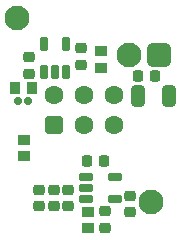
<source format=gts>
G04 Layer_Color=8388736*
%FSLAX25Y25*%
%MOIN*%
G70*
G01*
G75*
%ADD34R,0.03937X0.03543*%
%ADD35R,0.03543X0.03937*%
G04:AMPARAMS|DCode=36|XSize=39.37mil|YSize=35.43mil|CornerRadius=9.84mil|HoleSize=0mil|Usage=FLASHONLY|Rotation=180.000|XOffset=0mil|YOffset=0mil|HoleType=Round|Shape=RoundedRectangle|*
%AMROUNDEDRECTD36*
21,1,0.03937,0.01575,0,0,180.0*
21,1,0.01969,0.03543,0,0,180.0*
1,1,0.01969,-0.00984,0.00787*
1,1,0.01969,0.00984,0.00787*
1,1,0.01969,0.00984,-0.00787*
1,1,0.01969,-0.00984,-0.00787*
%
%ADD36ROUNDEDRECTD36*%
G04:AMPARAMS|DCode=37|XSize=39.37mil|YSize=35.43mil|CornerRadius=9.84mil|HoleSize=0mil|Usage=FLASHONLY|Rotation=270.000|XOffset=0mil|YOffset=0mil|HoleType=Round|Shape=RoundedRectangle|*
%AMROUNDEDRECTD37*
21,1,0.03937,0.01575,0,0,270.0*
21,1,0.01969,0.03543,0,0,270.0*
1,1,0.01969,-0.00787,-0.00984*
1,1,0.01969,-0.00787,0.00984*
1,1,0.01969,0.00787,0.00984*
1,1,0.01969,0.00787,-0.00984*
%
%ADD37ROUNDEDRECTD37*%
G04:AMPARAMS|DCode=38|XSize=27.56mil|YSize=47.24mil|CornerRadius=7.87mil|HoleSize=0mil|Usage=FLASHONLY|Rotation=180.000|XOffset=0mil|YOffset=0mil|HoleType=Round|Shape=RoundedRectangle|*
%AMROUNDEDRECTD38*
21,1,0.02756,0.03150,0,0,180.0*
21,1,0.01181,0.04724,0,0,180.0*
1,1,0.01575,-0.00591,0.01575*
1,1,0.01575,0.00591,0.01575*
1,1,0.01575,0.00591,-0.01575*
1,1,0.01575,-0.00591,-0.01575*
%
%ADD38ROUNDEDRECTD38*%
G04:AMPARAMS|DCode=39|XSize=70.87mil|YSize=47.24mil|CornerRadius=12.8mil|HoleSize=0mil|Usage=FLASHONLY|Rotation=270.000|XOffset=0mil|YOffset=0mil|HoleType=Round|Shape=RoundedRectangle|*
%AMROUNDEDRECTD39*
21,1,0.07087,0.02165,0,0,270.0*
21,1,0.04528,0.04724,0,0,270.0*
1,1,0.02559,-0.01083,-0.02264*
1,1,0.02559,-0.01083,0.02264*
1,1,0.02559,0.01083,0.02264*
1,1,0.02559,0.01083,-0.02264*
%
%ADD39ROUNDEDRECTD39*%
G04:AMPARAMS|DCode=40|XSize=23.62mil|YSize=23.62mil|CornerRadius=6.89mil|HoleSize=0mil|Usage=FLASHONLY|Rotation=180.000|XOffset=0mil|YOffset=0mil|HoleType=Round|Shape=RoundedRectangle|*
%AMROUNDEDRECTD40*
21,1,0.02362,0.00984,0,0,180.0*
21,1,0.00984,0.02362,0,0,180.0*
1,1,0.01378,-0.00492,0.00492*
1,1,0.01378,0.00492,0.00492*
1,1,0.01378,0.00492,-0.00492*
1,1,0.01378,-0.00492,-0.00492*
%
%ADD40ROUNDEDRECTD40*%
G04:AMPARAMS|DCode=41|XSize=27.56mil|YSize=47.24mil|CornerRadius=7.87mil|HoleSize=0mil|Usage=FLASHONLY|Rotation=90.000|XOffset=0mil|YOffset=0mil|HoleType=Round|Shape=RoundedRectangle|*
%AMROUNDEDRECTD41*
21,1,0.02756,0.03150,0,0,90.0*
21,1,0.01181,0.04724,0,0,90.0*
1,1,0.01575,0.01575,0.00591*
1,1,0.01575,0.01575,-0.00591*
1,1,0.01575,-0.01575,-0.00591*
1,1,0.01575,-0.01575,0.00591*
%
%ADD41ROUNDEDRECTD41*%
G04:AMPARAMS|DCode=42|XSize=82.68mil|YSize=82.68mil|CornerRadius=21.65mil|HoleSize=0mil|Usage=FLASHONLY|Rotation=180.000|XOffset=0mil|YOffset=0mil|HoleType=Round|Shape=RoundedRectangle|*
%AMROUNDEDRECTD42*
21,1,0.08268,0.03937,0,0,180.0*
21,1,0.03937,0.08268,0,0,180.0*
1,1,0.04331,-0.01969,0.01969*
1,1,0.04331,0.01969,0.01969*
1,1,0.04331,0.01969,-0.01969*
1,1,0.04331,-0.01969,-0.01969*
%
%ADD42ROUNDEDRECTD42*%
%ADD43C,0.08268*%
%ADD44C,0.06299*%
G04:AMPARAMS|DCode=45|XSize=62.99mil|YSize=62.99mil|CornerRadius=16.73mil|HoleSize=0mil|Usage=FLASHONLY|Rotation=0.000|XOffset=0mil|YOffset=0mil|HoleType=Round|Shape=RoundedRectangle|*
%AMROUNDEDRECTD45*
21,1,0.06299,0.02953,0,0,0.0*
21,1,0.02953,0.06299,0,0,0.0*
1,1,0.03347,0.01476,-0.01476*
1,1,0.03347,-0.01476,-0.01476*
1,1,0.03347,-0.01476,0.01476*
1,1,0.03347,0.01476,0.01476*
%
%ADD45ROUNDEDRECTD45*%
D34*
X1181Y-39469D02*
D03*
Y-33957D02*
D03*
X5610Y19587D02*
D03*
Y14075D02*
D03*
X-20079Y-15453D02*
D03*
Y-9941D02*
D03*
D35*
X-23031Y7283D02*
D03*
X-17520D02*
D03*
D36*
X-14961Y-32087D02*
D03*
Y-26575D02*
D03*
X-10138D02*
D03*
Y-32087D02*
D03*
X6885Y-39372D02*
D03*
Y-33861D02*
D03*
X-18504Y17520D02*
D03*
Y12008D02*
D03*
X-5315Y-26575D02*
D03*
Y-32087D02*
D03*
X-984Y20472D02*
D03*
Y14961D02*
D03*
X15453Y-28642D02*
D03*
Y-34154D02*
D03*
D37*
X18012Y11122D02*
D03*
X23524D02*
D03*
X984Y-17126D02*
D03*
X6496D02*
D03*
D38*
X-13386Y21949D02*
D03*
X-5906D02*
D03*
Y12500D02*
D03*
X-9646D02*
D03*
X-13386D02*
D03*
D39*
X28445Y4724D02*
D03*
X17815D02*
D03*
D40*
X-22126Y2854D02*
D03*
X-18819D02*
D03*
D41*
X10138Y-22244D02*
D03*
Y-29724D02*
D03*
X689D02*
D03*
Y-25984D02*
D03*
Y-22244D02*
D03*
D42*
X24902Y18209D02*
D03*
D43*
X14902D02*
D03*
X22237Y-30841D02*
D03*
X-22434Y30644D02*
D03*
D44*
X9902Y4921D02*
D03*
Y-5079D02*
D03*
X-98Y4921D02*
D03*
Y-5079D02*
D03*
X-10098Y4921D02*
D03*
D45*
Y-5079D02*
D03*
M02*

</source>
